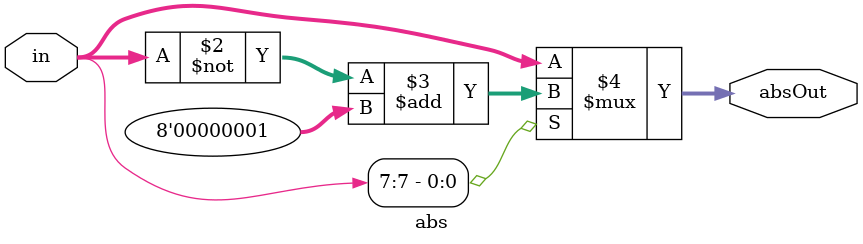
<source format=v>
`timescale 1ns / 1ps


module abs #(parameter WL = 8)
            (input signed [WL - 1 : 0] in,
             output [WL -1  : 0] absOut);

    assign absOut = (in[WL-1] == 1'b1) ? (~in) + {{(WL-1){1'b0}}, 1'b1} : in;

endmodule

</source>
